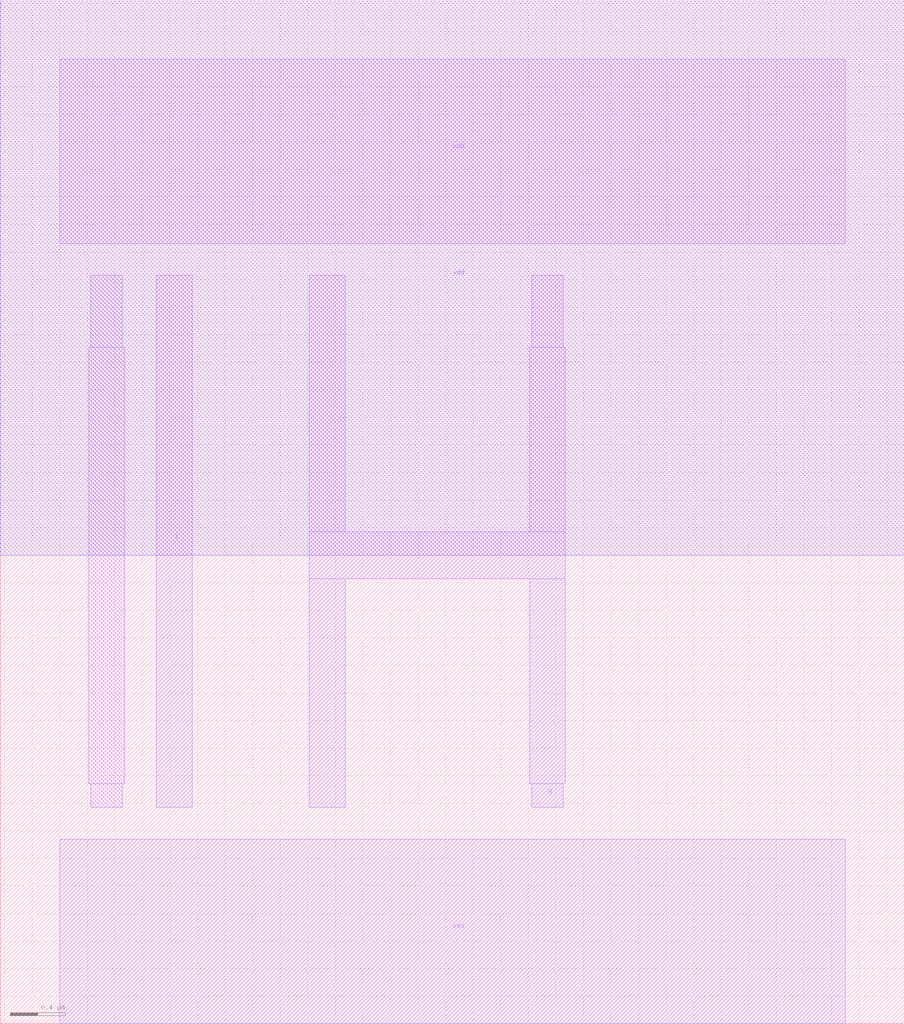
<source format=lef>
VERSION 5.7 ;
  NOWIREEXTENSIONATPIN ON ;
  DIVIDERCHAR "/" ;
  BUSBITCHARS "[]" ;
MACRO buf_x4
  CLASS BLOCK ;
  FOREIGN buf_x4 ;
  ORIGIN 0.430 0.000 ;
  SIZE 6.560 BY 7.430 ;
  PIN vdd
    ANTENNADIFFAREA 4.045400 ;
    PORT
      LAYER Nwell ;
        RECT -0.430 3.400 6.130 7.430 ;
      LAYER Metal1 ;
        RECT 0.000 5.660 5.700 7.000 ;
    END
  END vdd
  PIN vss
    ANTENNADIFFAREA 3.749400 ;
    PORT
      LAYER Metal1 ;
        RECT 0.000 0.000 5.700 1.340 ;
    END
  END vss
  PIN i
    ANTENNAGATEAREA 0.736400 ;
    PORT
      LAYER Metal1 ;
        RECT 0.700 1.570 0.960 5.430 ;
    END
  END i
  PIN q
    ANTENNADIFFAREA 2.735200 ;
    PORT
      LAYER Metal1 ;
        RECT 1.810 3.570 2.070 5.430 ;
        RECT 3.425 4.910 3.655 5.430 ;
        RECT 3.410 3.570 3.670 4.910 ;
        RECT 1.810 3.230 3.670 3.570 ;
        RECT 1.810 1.570 2.070 3.230 ;
        RECT 3.410 1.740 3.670 3.230 ;
        RECT 3.425 1.570 3.655 1.740 ;
    END
  END q
  OBS
      LAYER Metal1 ;
        RECT 0.225 4.910 0.455 5.430 ;
        RECT 0.210 1.740 0.470 4.910 ;
        RECT 0.225 1.570 0.455 1.740 ;
  END
END buf_x4
END LIBRARY


</source>
